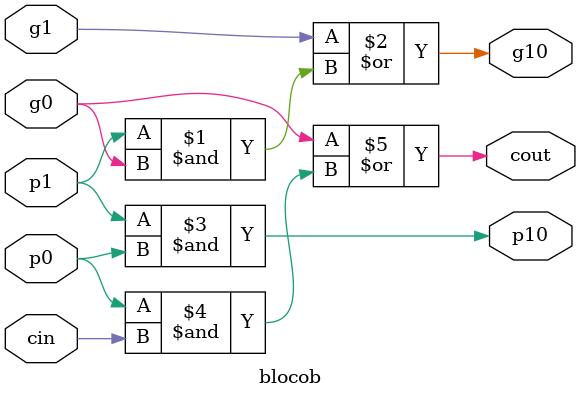
<source format=v>
`timescale 1ns / 1ps
module blocob

	(
	        input g0,
		input p0,
		input g1,
		input p1,
		input cin,
		output g10,
                output p10,
		output cout
	);
	
	assign g10 = g1 | p1 & g0;
	assign p10 = p1 & p0;
	assign cout = g0 | p0 & cin;

endmodule

</source>
